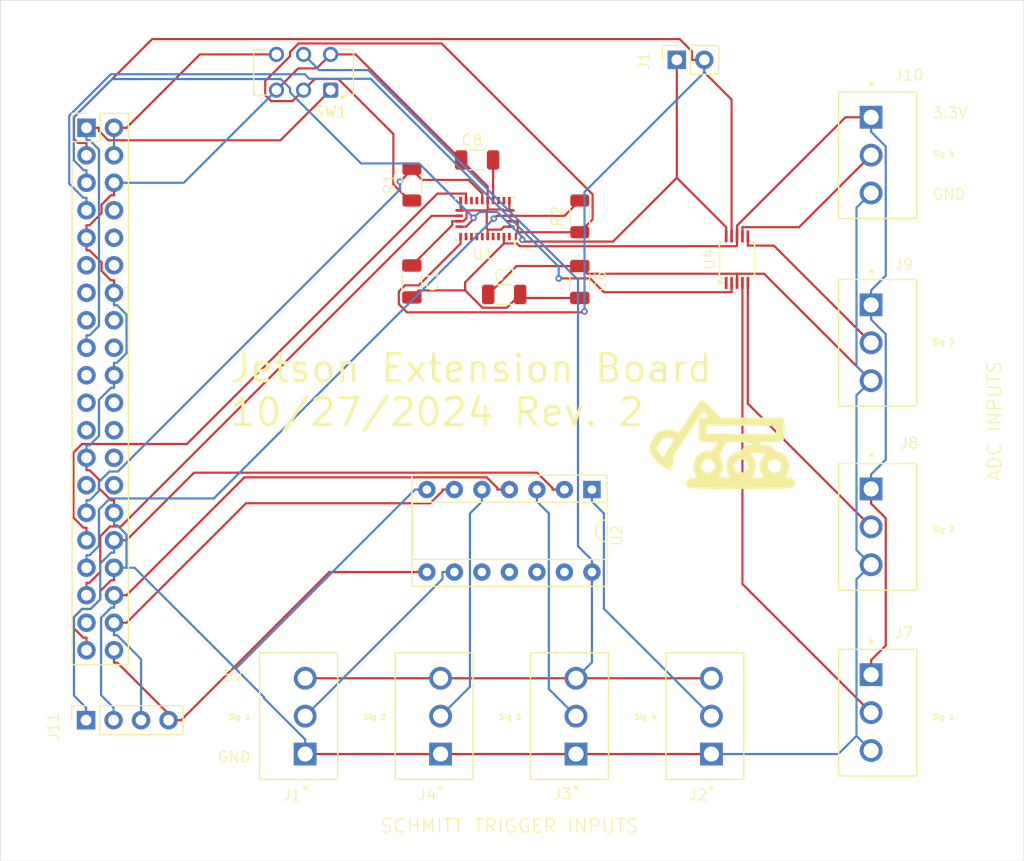
<source format=kicad_pcb>
(kicad_pcb (version 20240108) (generator "pcbnew") (generator_version "8.0")
  (layers (0 "F.Cu" signal) (31 "B.Cu" signal) (34 "B.Paste" user) (35 "F.Paste" user) (36 "B.SilkS" user "B.Silkscreen") (37 "F.SilkS" user "F.Silkscreen") (38 "B.Mask" user) (39 "F.Mask" user) (44 "Edge.Cuts" user))
  (net 0 "")
  (net 1 "GND")
  (net 2 "3.3V")
  (net 3 "Net-(U1-CAP)")
  (net 4 "Net-(J2-Pad2)")
  (net 5 "5V")
  (net 6 "Net-(J3-Pad2)")
  (net 7 "Net-(J4-Pad2)")
  (net 8 "Net-(J5-Pad2)")
  (net 9 "ST 4")
  (net 10 "/I2C_1_SCL")
  (net 11 "/UART_2_RX")
  (net 12 "/gpio232")
  (net 13 "/gpio194")
  (net 14 "/gpio20")
  (net 15 "IMU nBOOT")
  (net 16 "/I2C_1_SDA")
  (net 17 "IMU nRESET")
  (net 18 "/I2C_2_SDA")
  (net 19 "/I2C_2_SCL")
  (net 20 "ST 1")
  (net 21 "ADC ALERT")
  (net 22 "/gpio15")
  (net 23 "/gpio50")
  (net 24 "ST 3")
  (net 25 "/gpio14")
  (net 26 "IMU INT")
  (net 27 "/UART_2_TX")
  (net 28 "/gpio19")
  (net 29 "/gpio79")
  (net 30 "COM 3")
  (net 31 "/gpio12")
  (net 32 "/gpio16")
  (net 33 "/gpio13")
  (net 34 "/gpio17")
  (net 35 "ST 2")
  (net 36 "/gpio18")
  (net 53 "/ADC/Signal 4")
  (net 54 "/ADC/Signal 3")
  (net 55 "/ADC/Signal 1")
  (net 56 "/ADC/Signal 2")
  (net 57 "/ADC/3.3V")
  (net 58 "/SchmittTrigger(74LV14)/5V")
  (footprint "TBP03R2_350_03BE(1):CUI_TBP03R2-350-03BE" (layer "F.Cu") (at 141.6525 137.13 90)
    (property "Reference" "J3" (hide yes))
    (property "Value" "TBP03R2-350-03BE")
  )
  (footprint "Resistor_SMD:R_1206_3216Metric" (layer "F.Cu") (at 142 87.4625 90)
    (property "Reference" "R2" (hide yes))
    (property "Value" "10k")
  )
  (footprint "TBP03R2_350_03BE(1):CUI_TBP03R2-350-03BE" (layer "F.Cu") (at 168.9 129.805 -90)
    (property "Reference" "J7" (hide yes))
    (property "Value" "TBP03R2-350-03BE" (hide yes))
  )
  (footprint "TBP03R2_350_03BE(1):CUI_TBP03R2-350-03BE" (layer "F.Cu") (at 129.1525 137.13 90)
    (property "Reference" "J4" (hide yes))
    (property "Value" "TBP03R2-350-03BE")
  )
  (footprint "Package_SO:TSSOP-10_3x3mm_P0.5mm" (layer "F.Cu") (at 156.5175 91.4625 90)
    (property "Reference" "U4" (hide yes))
    (property "Value" "ADS1115IDGS")
  )
  (footprint "Connector_PinHeader_2.54mm:PinHeader_2x20_P2.54mm_Vertical" (layer "F.Cu") (at 96.46 79.28)
    (property "Reference" "J6" (hide yes))
    (property "Value" "40_Pin_Jetson_Connector")
  )
  (footprint "TBP03R2_350_03BE(1):CUI_TBP03R2-350-03BE" (layer "F.Cu") (at 168.9 78.305 -90)
    (property "Reference" "J10" (hide yes))
    (property "Value" "TBP03R2-350-03BE")
  )
  (footprint "Connector_PinSocket_2.54mm:PinSocket_1x04_P2.54mm_Vertical" (layer "F.Cu") (at 96.42 134 90)
    (property "Reference" "J11" (hide yes))
    (property "Value" "ST DEBUG")
  )
  (footprint "Capacitor_SMD:C_1206_3216Metric" (layer "F.Cu") (at 135.025 94.675)
    (property "Reference" "C7" (hide yes))
    (property "Value" "6.8n")
  )
  (footprint "MountingHole:MountingHole_2.1mm" (layer "F.Cu") (at 94 142.5)
    (property "Reference" "H2" (hide yes))
    (property "Value" "MountingHole")
  )
  (footprint "TBP03R2_350_03BE(1):CUI_TBP03R2-350-03BE" (layer "F.Cu") (at 168.9 112.6425 -90)
    (property "Reference" "J8" (hide yes))
    (property "Value" "TBP03R2-350-03BE" (hide yes))
  )
  (footprint "TBP03R2_350_03BE(1):CUI_TBP03R2-350-03BE" (layer "F.Cu") (at 168.9 95.6425 -90)
    (property "Reference" "J9" (hide yes))
    (property "Value" "TBP03R2-350-03BE")
  )
  (footprint "Connector_PinSocket_2.54mm:PinSocket_1x02_P2.54mm_Vertical" (layer "F.Cu") (at 150.96 73 90)
    (property "Reference" "J1" (hide yes))
    (property "Value" "I2C_2 DEBUG")
  )
  (footprint "Capacitor_SMD:C_1206_3216Metric" (layer "F.Cu") (at 132.525 82.2505 180)
    (property "Reference" "C8" (hide yes))
    (property "Value" "100n")
  )
  (footprint "Capacitor_SMD:C_1206_3216Metric" (layer "F.Cu") (at 142 93.525 -90)
    (property "Reference" "C6" (hide yes))
    (property "Value" "100n")
  )
  (footprint "Button_Switch_THT:SW_CK_JS202011AQN_DPDT_Angled" (layer "F.Cu") (at 119 75.8 180)
    (property "Reference" "SW1")
    (property "Value" "SW_Push_DPDT")
  )
  (footprint "LOGO" (layer "F.Cu") (at 155.5 109)
    (property "Reference" "G***" (hide yes))
    (property "Value" "LOGO" (hide yes))
  )
  (footprint "Capacitor_SMD:C_1206_3216Metric" (layer "F.Cu") (at 126.5 93.475 -90)
    (property "Reference" "C1" (hide yes))
    (property "Value" "120n")
  )
  (footprint "Package_DIP:DIP-14_W7.62mm_Socket" (layer "F.Cu") (at 143.125 112.7 -90)
    (property "Reference" "U2" (hide yes))
    (property "Value" "74LV14")
  )
  (footprint "TBP03R2_350_03BE(1):CUI_TBP03R2-350-03BE" (layer "F.Cu") (at 154.1525 137.13 90)
    (property "Reference" "J2" (hide yes))
    (property "Value" "TBP03R2-350-03BE")
  )
  (footprint "MountingHole:MountingHole_2.1mm" (layer "F.Cu") (at 177.5 142.5)
    (property "Reference" "H4" (hide yes))
    (property "Value" "MountingHole")
  )
  (footprint "Resistor_SMD:R_1206_3216Metric" (layer "F.Cu") (at 126.5 84.5375 90)
    (property "Reference" "R1" (hide yes))
    (property "Value" "10k")
  )
  (footprint "MountingHole:MountingHole_2.1mm" (layer "F.Cu") (at 177.5 73)
    (property "Reference" "H3" (hide yes))
    (property "Value" "MountingHole")
  )
  (footprint "TBP03R2_350_03BE(1):CUI_TBP03R2-350-03BE" (layer "F.Cu") (at 116.6525 137.13 90)
    (property "Reference" "J5" (hide yes))
    (property "Value" "TBP03R2-350-03BE")
  )
  (footprint "Package_LGA:LGA-28_5.2x3.8mm_P0.5mm" (layer "F.Cu") (at 133.25 87.6625 180)
    (property "Reference" "U1" (hide yes))
    (property "Value" "BNO055")
  )
  (footprint "MountingHole:MountingHole_2.1mm" (layer "B.Cu") (at 94.5 73 180)
    (property "Reference" "H1" (hide yes))
    (property "Value" "MountingHole")
  )
  (gr_rect (start 88.5 67.5) (end 183 147) (stroke (width 0.05)) (fill none) (layer "Edge.Cuts"))
  (gr_text "U4" (at 154.5 92.5 90) (layer "F.SilkS") (effects (font (size 1 1) (thickness 0.1)) (justify left bottom)))
  (gr_text "R1" (at 125 85.5 90) (layer "F.SilkS") (effects (font (size 1 1) (thickness 0.1)) (justify left bottom)))
  (gr_text "J8\n" (at 171.5 109 0) (layer "F.SilkS") (effects (font (size 1 1) (thickness 0.1)) (justify left bottom)))
  (gr_text "J3\n\n" (at 139.5 143 0) (layer "F.SilkS") (effects (font (size 1 1) (thickness 0.1)) (justify left bottom)))
  (gr_text "J4" (at 127 141.5 0) (layer "F.SilkS") (effects (font (size 1 1) (thickness 0.1)) (justify left bottom)))
  (gr_text "Sig 3" (at 174.5 99.333333 0) (layer "F.SilkS") (effects (font (size 0.5 0.5) (thickness 0.1)) (justify left bottom)))
  (gr_text "U1" (at 132 91.5 0) (layer "F.SilkS") (effects (font (size 1 1) (thickness 0.1)) (justify left bottom)))
  (gr_text "Sig 3" (at 134.5 134 0) (layer "F.SilkS") (effects (font (size 0.5 0.5) (thickness 0.1)) (justify left bottom)))
  (gr_text "Sig 2\n" (at 122 134 0) (layer "F.SilkS") (effects (font (size 0.5 0.5) (thickness 0.1)) (justify left bottom)))
  (gr_text "Sig 1" (at 109.5 134 0) (layer "F.SilkS") (effects (font (size 0.5 0.5) (thickness 0.1)) (justify left bottom)))
  (gr_text "Sig 2" (at 174.5 116.666666 0) (layer "F.SilkS") (effects (font (size 0.5 0.5) (thickness 0.1)) (justify left bottom)))
  (gr_text "J11" (at 94 136 90) (layer "F.SilkS") (effects (font (size 1 1) (thickness 0.1)) (justify left bottom)))
  (gr_text "Sig 4" (at 174.5 82 0) (layer "F.SilkS") (effects (font (size 0.5 0.5) (thickness 0.1)) (justify left bottom)))
  (gr_text "J9\n" (at 171 92.5 0) (layer "F.SilkS") (effects (font (size 1 1) (thickness 0.1)) (justify left bottom)))
  (gr_text "Sig 4" (at 147 134 0) (layer "F.SilkS") (effects (font (size 0.5 0.5) (thickness 0.1)) (justify left bottom)))
  (gr_text "J1" (at 148.5 74 90) (layer "F.SilkS") (effects (font (size 1 1) (thickness 0.1)) (justify left bottom)))
  (gr_text "J7\n" (at 171 126.5 0) (layer "F.SilkS") (effects (font (size 1 1) (thickness 0.1)) (justify left bottom)))
  (gr_text "R2" (at 140.5 88.5 90) (layer "F.SilkS") (effects (font (size 1 1) (thickness 0.1)) (justify left bottom)))
  (gr_text "5V\n" (at 109 130.5 0) (layer "F.SilkS") (effects (font (size 1 1) (thickness 0.1)) (justify left bottom)))
  (gr_text "J2\n" (at 152 141.5 0) (layer "F.SilkS") (effects (font (size 1 1) (thickness 0.1)) (justify left bottom)))
  (gr_text "SCHMITT TRIGGER INPUTS" (at 123.5 144.5 0) (layer "F.SilkS") (effects (font (size 1.25 1.25) (thickness 0.1)) (justify left bottom)))
  (gr_text "Sig 1" (at 174.5 134 0) (layer "F.SilkS") (effects (font (size 0.5 0.5) (thickness 0.1)) (justify left bottom)))
  (gr_text "3.3V" (at 174.5 78.5 0) (layer "F.SilkS") (effects (font (size 1 1) (thickness 0.1)) (justify left bottom)))
  (gr_text "C7" (at 134 93.5 0) (layer "F.SilkS") (effects (font (size 1 1) (thickness 0.1)) (justify left bottom)))
  (gr_text "U2" (at 146 118 90) (layer "F.SilkS") (effects (font (size 1 1) (thickness 0.1)) (justify left bottom)))
  (gr_text "C8" (at 131 81 0) (layer "F.SilkS") (effects (font (size 1 1) (thickness 0.1)) (justify left bottom)))
  (gr_text "ADC INPUTS" (at 181 112 90) (layer "F.SilkS") (effects (font (size 1.25 1.25) (thickness 0.1)) (justify left bottom)))
  (gr_text "C1" (at 129 94.5 90) (layer "F.SilkS") (effects (font (size 1 1) (thickness 0.1)) (justify left bottom)))
  (gr_text "C6" (at 144.5 94.5 90) (layer "F.SilkS") (effects (font (size 1 1) (thickness 0.1)) (justify left bottom)))
  (gr_text "J1" (at 114.5 141.5 0) (layer "F.SilkS") (effects (font (size 1 1) (thickness 0.1)) (justify left bottom)))
  (gr_text "GND" (at 108.5 138 0) (layer "F.SilkS") (effects (font (size 1 1) (thickness 0.1)) (justify left bottom)))
  (gr_text "Jetson Extension Board\n10/27/2024 Rev. 2" (at 109.5 107 0) (layer "F.SilkS") (effects (font (size 2.5 2.5) (thickness 0.3)) (justify left bottom)))
  (gr_text "GND" (at 174.5 86 0) (layer "F.SilkS") (effects (font (size 1 1) (thickness 0.1)) (justify left bottom)))
  (gr_text "J10\n" (at 171 75 0) (layer "F.SilkS") (effects (font (size 1 1) (thickness 0.1)) (justify left bottom)))
  (segment (start 135.4323 86.9125) (end 135.5 86.8448) (width 0.2) (layer "F.Cu") (net 1))
  (segment (start 96.46 89.44) (end 96.46 90.5917) (width 0.2) (layer "F.Cu") (net 1))
  (segment (start 135.6375 86.9125) (end 135.4323 86.9125) (width 0.2) (layer "F.Cu") (net 1))
  (segment (start 131.0678 86.707) (end 131 86.6392) (width 0.2) (layer "F.Cu") (net 1))
  (segment (start 130.2233 87.9125) (end 130.2233 88.2767) (width 0.2) (layer "F.Cu") (net 1))
  (segment (start 135.6375 88.4125) (end 134.9983 88.4125) (width 0.2) (layer "F.Cu") (net 1))
  (segment (start 96.46 126.3883) (end 96.1721 126.3883) (width 0.2) (layer "F.Cu") (net 1))
  (segment (start 133.5 86) (end 133.5 84.7005) (width 0.2) (layer "F.Cu") (net 1))
  (segment (start 96.8454 123.73) (end 97.73 122.8454) (width 0.2) (layer "F.Cu") (net 1))
  (segment (start 96.7285 88.2883) (end 96.46 88.2883) (width 0.2) (layer "F.Cu") (net 1))
  (segment (start 96.1721 126.3883) (end 95.3028 125.519) (width 0.2) (layer "F.Cu") (net 1))
  (segment (start 134.9121 86.8263) (end 133.5 86.8263) (width 0.2) (layer "F.Cu") (net 1))
  (segment (start 117.7072 73.7928) (end 119 72.5) (width 0.2) (layer "F.Cu") (net 1))
  (segment (start 133.4138 86.9125) (end 133.4138 88.5996) (width 0.2) (layer "F.Cu") (net 1))
  (segment (start 133.4138 86.9125) (end 133.5 86.8263) (width 0.2) (layer "F.Cu") (net 1))
  (segment (start 96.7285 90.5917) (end 96.46 90.5917) (width 0.2) (layer "F.Cu") (net 1))
  (segment (start 130.8625 86.9125) (end 131.0678 86.9125) (width 0.2) (layer "F.Cu") (net 1))
  (segment (start 97.73 122.0732) (end 98.7315 121.0717) (width 0.2) (layer "F.Cu") (net 1))
  (segment (start 99 84.36) (end 99 85.5117) (width 0.2) (layer "F.Cu") (net 1))
  (segment (start 130.2233 88.2767) (end 126.5 92) (width 0.2) (layer "F.Cu") (net 1))
  (segment (start 129.1525 137.13) (end 141.6525 137.13) (width 0.2) (layer "F.Cu") (net 1))
  (segment (start 97.73 122.8454) (end 97.73 122.0732) (width 0.2) (layer "F.Cu") (net 1))
  (segment (start 135.5 86.8448) (end 135.5 86) (width 0.2) (layer "F.Cu") (net 1))
  (segment (start 98.7315 113.6883) (end 99 113.6883) (width 0.2) (layer "F.Cu") (net 1))
  (segment (start 98.712 85.5117) (end 97.8483 86.3754) (width 0.2) (layer "F.Cu") (net 1))
  (segment (start 131.5482 86.9125) (end 131.5482 87.618) (width 0.2) (layer "F.Cu") (net 1))
  (segment (start 142 92.05) (end 136.175 92.05) (width 0.2) (layer "F.Cu") (net 1))
  (segment (start 133.5 86.8263) (end 133.5 86.6392) (width 0.2) (layer "F.Cu") (net 1))
  (segment (start 130.8625 87.9125) (end 130.2233 87.9125) (width 0.2) (layer "F.Cu") (net 1))
  (segment (start 133.5 84.7005) (end 131.05 82.2505) (width 0.2) (layer "F.Cu") (net 1))
  (segment (start 98.7315 121.0717) (end 99 121.0717) (width 0.2) (layer "F.Cu") (net 1))
  (segment (start 97.6117 112.5685) (end 98.7315 113.6883) (width 0.2) (layer "F.Cu") (net 1))
  (segment (start 133.5 86) (end 133.5 86.6392) (width 0.2) (layer "F.Cu") (net 1))
  (segment (start 97.8483 91.7115) (end 96.7285 90.5917) (width 0.2) (layer "F.Cu") (net 1))
  (segment (start 97.6117 111.7754) (end 97.6117 112.5685) (width 0.2) (layer "F.Cu") (net 1))
  (segment (start 156.5175 92.7608) (end 142.7108 92.7608) (width 0.2) (layer "F.Cu") (net 1))
  (segment (start 134.9983 86.9125) (end 134.9121 86.8263) (width 0.2) (layer "F.Cu") (net 1))
  (segment (start 131.5482 87.618) (end 131.2537 87.9125) (width 0.2) (layer "F.Cu") (net 1))
  (segment (start 154.1525 137.13) (end 141.6525 137.13) (width 0.2) (layer "F.Cu") (net 1))
  (segment (start 114 75.8) (end 116.0072 73.7928) (width 0.2) (layer "F.Cu") (net 1))
  (segment (start 131.05 82.2505) (end 121.2995 72.5) (width 0.2) (layer "F.Cu") (net 1))
  (segment (start 116.0072 73.7928) (end 117.7072 73.7928) (width 0.2) (layer "F.Cu") (net 1))
  (segment (start 133.5 89.325) (end 133.5 88.6858) (width 0.2) (layer "F.Cu") (net 1))
  (segment (start 97.8483 92.5046) (end 97.8483 91.7115) (width 0.2) (layer "F.Cu") (net 1))
  (segment (start 131.0678 86.9125) (end 131.5482 86.9125) (width 0.2) (layer "F.Cu") (net 1))
  (segment (start 134.725 88.6858) (end 134.9983 88.4125) (width 0.2) (layer "F.Cu") (net 1))
  (segment (start 96.46 127.54) (end 96.46 126.3883) (width 0.2) (layer "F.Cu") (net 1))
  (segment (start 136.175 92.05) (end 133.55 94.675) (width 0.2) (layer "F.Cu") (net 1))
  (segment (start 97.8483 86.3754) (end 97.8483 87.1685) (width 0.2) (layer "F.Cu") (net 1))
  (segment (start 159.0183 92.7608) (end 156.5175 92.7608) (width 0.2) (layer "F.Cu") (net 1))
  (segment (start 96.46 110.9117) (end 96.748 110.9117) (width 0.2) (layer "F.Cu") (net 1))
  (segment (start 131 86) (end 131 86.6392) (width 0.2) (layer "F.Cu") (net 1))
  (segment (start 96.46 109.76) (end 96.46 110.9117) (width 0.2) (layer "F.Cu") (net 1))
  (segment (start 116.6525 137.13) (end 129.1525 137.13) (width 0.2) (layer "F.Cu") (net 1))
  (segment (start 95.3028 125.519) (end 95.3028 124.4661) (width 0.2) (layer "F.Cu") (net 1))
  (segment (start 131.2537 87.9125) (end 130.8625 87.9125) (width 0.2) (layer "F.Cu") (net 1))
  (segment (start 133.5 88.6858) (end 134.725 88.6858) (width 0.2) (layer "F.Cu") (net 1))
  (segment (start 133.4138 88.5996) (end 133.5 88.6858) (width 0.2) (layer "F.Cu") (net 1))
  (segment (start 96.748 110.9117) (end 97.6117 111.7754) (width 0.2) (layer "F.Cu") (net 1))
  (segment (start 99 85.5117) (end 98.712 85.5117) (width 0.2) (layer "F.Cu") (net 1))
  (segment (start 99 119.92) (end 99 121.0717) (width 0.2) (layer "F.Cu") (net 1))
  (segment (start 135.4323 86.9125) (end 134.9983 86.9125) (width 0.2) (layer "F.Cu") (net 1))
  (segment (start 95.3028 124.4661) (end 96.0389 123.73) (width 0.2) (layer "F.Cu") (net 1))
  (segment (start 97.8483 87.1685) (end 96.7285 88.2883) (width 0.2) (layer "F.Cu") (net 1))
  (segment (start 98.712 93.3683) (end 97.8483 92.5046) (width 0.2) (layer "F.Cu") (net 1))
  (segment (start 168.9 102.6425) (end 159.0183 92.7608) (width 0.2) (layer "F.Cu") (net 1))
  (segment (start 121.2995 72.5) (end 119 72.5) (width 0.2) (layer "F.Cu") (net 1))
  (segment (start 99 114.84) (end 99 113.6883) (width 0.2) (layer "F.Cu") (net 1))
  (segment (start 156.5175 93.6125) (end 156.5175 92.7608) (width 0.2) (layer "F.Cu") (net 1))
  (segment (start 131.0678 86.9125) (end 131.0678 86.707) (width 0.2) (layer "F.Cu") (net 1))
  (segment (start 96.46 89.44) (end 96.46 88.2883) (width 0.2) (layer "F.Cu") (net 1))
  (segment (start 131.5482 86.9125) (end 133.4138 86.9125) (width 0.2) (layer "F.Cu") (net 1))
  (segment (start 142.7108 92.7608) (end 142 92.05) (width 0.2) (layer "F.Cu") (net 1))
  (segment (start 96.0389 123.73) (end 96.8454 123.73) (width 0.2) (layer "F.Cu") (net 1))
  (segment (start 99 94.52) (end 99 93.3683) (width 0.2) (layer "F.Cu") (net 1))
  (segment (start 99 93.3683) (end 98.712 93.3683) (width 0.2) (layer "F.Cu") (net 1))
  (segment (start 99.2685 100.9883) (end 99 100.9883) (width 0.2) (layer "B.Cu") (net 1))
  (segment (start 112.8406 131.8606) (end 110.2317 129.2516) (width 0.2) (layer "B.Cu") (net 1))
  (segment (start 99.2879 115.9917) (end 100.1517 116.8555) (width 0.2) (layer "B.Cu") (net 1))
  (segment (start 112.8406 131.9664) (end 112.8406 131.8606) (width 0.2) (layer "B.Cu") (net 1))
  (segment (start 99 84.36) (end 100.1517 84.36) (width 0.2) (layer "B.Cu") (net 1))
  (segment (start 100.1517 116.8555) (end 100.1517 119.92) (width 0.2) (layer "B.Cu") (net 1))
  (segment (start 97.6117 107.7446) (end 97.6117 104.4115) (width 0.2) (layer "B.Cu") (net 1))
  (segment (start 99 94.52) (end 99 95.6717) (width 0.2) (layer "B.Cu") (net 1))
  (segment (start 100.1581 96.5419) (end 100.1581 100.0987) (width 0.2) (layer "B.Cu") (net 1))
  (segment (start 116.6525 137.13) (end 116.6525 135.7783) (width 0.2) (layer "B.Cu") (net 1))
  (segment (start 110.2317 129.2516) (end 100.9 119.92) (width 0.2) (layer "B.Cu") (net 1))
  (segment (start 99.2879 95.6717) (end 100.1581 96.5419) (width 0.2) (layer "B.Cu") (net 1))
  (segment (start 168.9 102.6425) (end 167.5483 103.9942) (width 0.2) (layer "B.Cu") (net 1))
  (segment (start 100.1517 84.36) (end 105.44 84.36) (width 0.2) (layer "B.Cu") (net 1))
  (segment (start 116.6525 135.7783) (end 112.8406 131.9664) (width 0.2) (layer "B.Cu") (net 1))
  (segment (start 167.5483 135.4533) (end 167.5483 120.9942) (width 0.2) (layer "B.Cu") (net 1))
  (segment (start 167.5483 120.9942) (end 168.9 119.6425) (width 0.2) (layer "B.Cu") (net 1))
  (segment (start 168.9 102.6425) (end 167.5483 101.2908) (width 0.2) (layer "B.Cu") (net 1))
  (segment (start 98.7315 103.2917) (end 99 103.2917) (width 0.2) (layer "B.Cu") (net 1))
  (segment (start 96.46 108.6083) (end 96.748 108.6083) (width 0.2) (layer "B.Cu") (net 1))
  (segment (start 167.5483 118.2908) (end 168.9 119.6425) (width 0.2) (layer "B.Cu") (net 1))
  (segment (start 167.5483 86.6567) (end 168.9 85.305) (width 0.2) (layer "B.Cu") (net 1))
  (segment (start 167.5483 101.2908) (end 167.5483 86.6567) (width 0.2) (layer "B.Cu") (net 1))
  (segment (start 165.8716 137.13) (end 167.5483 135.4533) (width 0.2) (layer "B.Cu") (net 1))
  (segment (start 99 95.6717) (end 99.2879 95.6717) (width 0.2) (layer "B.Cu") (net 1))
  (segment (start 126.7833 112.7) (end 110.2317 129.2516) (width 0.2) (layer "B.Cu") (net 1))
  (segment (start 99 114.84) (end 99 115.9917) (width 0.2) (layer "B.Cu") (net 1))
  (segment (start 100.9 119.92) (end 100.1517 119.92) (width 0.2) (layer "B.Cu") (net 1))
  (segment (start 154.1525 137.13) (end 165.8716 137.13) (width 0.2) (layer "B.Cu") (net 1))
  (segment (start 96.46 109.76) (end 96.46 108.6083) (width 0.2) (layer "B.Cu") (net 1))
  (segment (start 167.5483 103.9942) (end 167.5483 118.2908) (width 0.2) (layer "B.Cu") (net 1))
  (segment (start 99 102.14) (end 99 103.2917) (width 0.2) (layer "B.Cu") (net 1))
  (segment (start 105.44 84.36) (end 114 75.8) (width 0.2) (layer "B.Cu") (net 1))
  (segment (start 100.1581 100.0987) (end 99.2685 100.9883) (width 0.2) (layer "B.Cu") (net 1))
  (segment (start 99 119.92) (end 100.1517 119.92) (width 0.2) (layer "B.Cu") (net 1))
  (segment (start 168.9 136.805) (end 167.5483 135.4533) (width 0.2) (layer "B.Cu") (net 1))
  (segment (start 99 115.9917) (end 99.2879 115.9917) (width 0.2) (layer "B.Cu") (net 1))
  (segment (start 96.748 108.6083) (end 97.6117 107.7446) (width 0.2) (layer "B.Cu") (net 1))
  (segment (start 99 102.14) (end 99 100.9883) (width 0.2) (layer "B.Cu") (net 1))
  (segment (start 127.885 112.7) (end 126.7833 112.7) (width 0.2) (layer "B.Cu") (net 1))
  (segment (start 97.6117 104.4115) (end 98.7315 103.2917) (width 0.2) (layer "B.Cu") (net 1))
  (segment (start 97.6117 79.568) (end 97.6117 79.28) (width 0.2) (layer "F.Cu") (net 2))
  (segment (start 119 75.8) (end 114.3683 80.4317) (width 0.2) (layer "F.Cu") (net 2))
  (segment (start 98.4754 80.4317) (end 97.6117 79.568) (width 0.2) (layer "F.Cu") (net 2))
  (segment (start 96.46 79.28) (end 97.6117 79.28) (width 0.2) (layer "F.Cu") (net 2))
  (segment (start 114.3683 80.4317) (end 98.4754 80.4317) (width 0.2) (layer "F.Cu") (net 2))
  (segment (start 97.6117 97.5845) (end 97.6117 81.2954) (width 0.2) (layer "B.Cu") (net 2))
  (segment (start 96.7479 98.4483) (end 97.6117 97.5845) (width 0.2) (layer "B.Cu") (net 2))
  (segment (start 96.46 79.28) (end 96.46 80.4317) (width 0.2) (layer "B.Cu") (net 2))
  (segment (start 96.46 98.4483) (end 96.7479 98.4483) (width 0.2) (layer "B.Cu") (net 2))
  (segment (start 96.46 99.6) (end 96.46 98.4483) (width 0.2) (layer "B.Cu") (net 2))
  (segment (start 96.748 80.4317) (end 96.46 80.4317) (width 0.2) (layer "B.Cu") (net 2))
  (segment (start 97.6117 81.2954) (end 96.748 80.4317) (width 0.2) (layer "B.Cu") (net 2))
  (segment (start 134 86) (end 134 82.2505) (width 0.2) (layer "F.Cu") (net 3))
  (segment (start 144.2267 123.7042) (end 154.1525 133.63) (width 0.2) (layer "B.Cu") (net 4))
  (segment (start 143.125 112.7) (end 143.125 113.8017) (width 0.2) (layer "B.Cu") (net 4))
  (segment (start 143.125 113.8017) (end 144.2267 114.9034) (width 0.2) (layer "B.Cu") (net 4))
  (segment (start 144.2267 114.9034) (end 144.2267 123.7042) (width 0.2) (layer "B.Cu") (net 4))
  (segment (start 106.9317 72.5) (end 114 72.5) (width 0.2) (layer "F.Cu") (net 5))
  (segment (start 100.1517 79.28) (end 106.9317 72.5) (width 0.2) (layer "F.Cu") (net 5))
  (segment (start 99 79.28) (end 100.1517 79.28) (width 0.2) (layer "F.Cu") (net 5))
  (segment (start 99 81.82) (end 99 79.28) (width 0.2) (layer "B.Cu") (net 5))
  (segment (start 138.045 113.8017) (end 139.1467 114.9034) (width 0.2) (layer "B.Cu") (net 6))
  (segment (start 139.1467 114.9034) (end 139.1467 131.1242) (width 0.2) (layer "B.Cu") (net 6))
  (segment (start 139.1467 131.1242) (end 141.6525 133.63) (width 0.2) (layer "B.Cu") (net 6))
  (segment (start 138.045 112.7) (end 138.045 113.8017) (width 0.2) (layer "B.Cu") (net 6))
  (segment (start 131.8633 130.9192) (end 129.1525 133.63) (width 0.2) (layer "B.Cu") (net 7))
  (segment (start 132.965 113.8017) (end 131.8633 114.9034) (width 0.2) (layer "B.Cu") (net 7))
  (segment (start 132.965 112.7) (end 132.965 113.8017) (width 0.2) (layer "B.Cu") (net 7))
  (segment (start 131.8633 114.9034) (end 131.8633 130.9192) (width 0.2) (layer "B.Cu") (net 7))
  (segment (start 130.425 120.32) (end 129.3233 120.32) (width 0.2) (layer "B.Cu") (net 8))
  (segment (start 129.3233 120.9592) (end 129.3233 120.32) (width 0.2) (layer "B.Cu") (net 8))
  (segment (start 116.6525 133.63) (end 129.3233 120.9592) (width 0.2) (layer "B.Cu") (net 8))
  (segment (start 99 127.54) (end 99 128.6917) (width 0.2) (layer "F.Cu") (net 9))
  (segment (start 104.6159 134) (end 105.1917 134) (width 0.2) (layer "F.Cu") (net 9))
  (segment (start 104.6159 134) (end 99.3076 128.6917) (width 0.2) (layer "F.Cu") (net 9))
  (segment (start 118.8717 120.32) (end 105.1917 134) (width 0.2) (layer "F.Cu") (net 9))
  (segment (start 127.885 120.32) (end 118.8717 120.32) (width 0.2) (layer "F.Cu") (net 9))
  (segment (start 104.04 134) (end 104.6159 134) (width 0.2) (layer "F.Cu") (net 9))
  (segment (start 99.3076 128.6917) (end 99 128.6917) (width 0.2) (layer "F.Cu") (net 9))
  (segment (start 134.3205 87.4125) (end 134.064 87.669) (width 0.2) (layer "F.Cu") (net 15))
  (segment (start 140.5875 87.4125) (end 135.6375 87.4125) (width 0.2) (layer "F.Cu") (net 15))
  (segment (start 134.9983 87.4125) (end 134.3205 87.4125) (width 0.2) (layer "F.Cu") (net 15))
  (segment (start 135.6375 87.4125) (end 134.9983 87.4125) (width 0.2) (layer "F.Cu") (net 15))
  (segment (start 142 86) (end 140.5875 87.4125) (width 0.2) (layer "F.Cu") (net 15))
  (via (at 134.064 87.669) (size 0.6) (drill 0.3) (layers "F.Cu" "B.Cu") (net 15))
  (segment (start 96.46 118.7683) (end 96.748 118.7683) (width 0.2) (layer "B.Cu") (net 15))
  (segment (start 108.2134 113.5196) (end 134.064 87.669) (width 0.2) (layer "B.Cu") (net 15))
  (segment (start 96.46 119.92) (end 96.46 118.7683) (width 0.2) (layer "B.Cu") (net 15))
  (segment (start 97.6117 114.5398) (end 98.6319 113.5196) (width 0.2) (layer "B.Cu") (net 15))
  (segment (start 96.748 118.7683) (end 97.6117 117.9046) (width 0.2) (layer "B.Cu") (net 15))
  (segment (start 98.6319 113.5196) (end 108.2134 113.5196) (width 0.2) (layer "B.Cu") (net 15))
  (segment (start 97.6117 117.9046) (end 97.6117 114.5398) (width 0.2) (layer "B.Cu") (net 15))
  (segment (start 125.3917 84.2571) (end 126.5 83.1488) (width 0.2) (layer "F.Cu") (net 17))
  (segment (start 126.5 83.1488) (end 126.5 83.075) (width 0.2) (layer "F.Cu") (net 17))
  (segment (start 133 85.3608) (end 131.7301 84.0909) (width 0.2) (layer "F.Cu") (net 17))
  (segment (start 127.4421 84.0909) (end 126.5 83.1488) (width 0.2) (layer "F.Cu") (net 17))
  (segment (start 131.7301 84.0909) (end 127.4421 84.0909) (width 0.2) (layer "F.Cu") (net 17))
  (segment (start 133 86) (end 133 85.3608) (width 0.2) (layer "F.Cu") (net 17))
  (via (at 125.3917 84.2571) (size 0.6) (drill 0.3) (layers "F.Cu" "B.Cu") (net 17))
  (segment (start 96.46 114.84) (end 96.46 113.6883) (width 0.2) (layer "B.Cu") (net 17))
  (segment (start 96.748 113.6883) (end 97.6117 112.8246) (width 0.2) (layer "B.Cu") (net 17))
  (segment (start 99.3588 111.03) (end 125.3917 84.9971) (width 0.2) (layer "B.Cu") (net 17))
  (segment (start 125.3917 84.9971) (end 125.3917 84.2571) (width 0.2) (layer "B.Cu") (net 17))
  (segment (start 97.6117 111.9999) (end 98.5816 111.03) (width 0.2) (layer "B.Cu") (net 17))
  (segment (start 97.6117 112.8246) (end 97.6117 111.9999) (width 0.2) (layer "B.Cu") (net 17))
  (segment (start 96.46 113.6883) (end 96.748 113.6883) (width 0.2) (layer "B.Cu") (net 17))
  (segment (start 98.5816 111.03) (end 99.3588 111.03) (width 0.2) (layer "B.Cu") (net 17))
  (segment (start 102.5203 71.0872) (end 95.3083 78.2992) (width 0.2) (layer "F.Cu") (net 18))
  (segment (start 125.2973 95.5688) (end 126.0521 96.3236) (width 0.2) (layer "F.Cu") (net 18))
  (segment (start 126.0521 96.3236) (end 142.3618 96.3236) (width 0.2) (layer "F.Cu") (net 18))
  (segment (start 96.46 81.82) (end 96.46 80.6683) (width 0.2) (layer "F.Cu") (net 18))
  (segment (start 95.6682 80.6683) (end 96.46 80.6683) (width 0.2) (layer "F.Cu") (net 18))
  (segment (start 131 89.325) (end 131 89.9642) (width 0.2) (layer "F.Cu") (net 18))
  (segment (start 131 89.9642) (end 127.1311 93.8331) (width 0.2) (layer "F.Cu") (net 18))
  (segment (start 125.8602 93.8331) (end 125.2973 94.396) (width 0.2) (layer "F.Cu") (net 18))
  (segment (start 156.0175 89.3125) (end 156.0175 76.6692) (width 0.2) (layer "F.Cu") (net 18))
  (segment (start 95.3083 80.3084) (end 95.6682 80.6683) (width 0.2) (layer "F.Cu") (net 18))
  (segment (start 95.3083 78.2992) (end 95.3083 80.3084) (width 0.2) (layer "F.Cu") (net 18))
  (segment (start 125.2973 94.396) (end 125.2973 95.5688) (width 0.2) (layer "F.Cu") (net 18))
  (segment (start 152.3483 73) (end 152.3483 72.2082) (width 0.2) (layer "F.Cu") (net 18))
  (segment (start 142.3618 96.3236) (end 142.4386 96.2468) (width 0.2) (layer "F.Cu") (net 18))
  (segment (start 153.5 73) (end 152.3483 73) (width 0.2) (layer "F.Cu") (net 18))
  (segment (start 127.1311 93.8331) (end 125.8602 93.8331) (width 0.2) (layer "F.Cu") (net 18))
  (segment (start 153.5 73) (end 153.5 74.1517) (width 0.2) (layer "F.Cu") (net 18))
  (segment (start 151.2273 71.0872) (end 102.5203 71.0872) (width 0.2) (layer "F.Cu") (net 18))
  (segment (start 152.3483 72.2082) (end 151.2273 71.0872) (width 0.2) (layer "F.Cu") (net 18))
  (segment (start 156.0175 76.6692) (end 153.5 74.1517) (width 0.2) (layer "F.Cu") (net 18))
  (via (at 142.4386 96.2468) (size 0.6) (drill 0.3) (layers "F.Cu" "B.Cu") (net 18))
  (segment (start 142.4386 96.2468) (end 142.4386 85.2131) (width 0.2) (layer "B.Cu") (net 18))
  (segment (start 142.4386 85.2131) (end 153.5 74.1517) (width 0.2) (layer "B.Cu") (net 18))
  (segment (start 153.5 73) (end 153.5 74.1517) (width 0.2) (layer "B.Cu") (net 18))
  (segment (start 155.5175 89.3125) (end 155.5175 88.4608) (width 0.2) (layer "F.Cu") (net 19))
  (segment (start 136.7003 89.6183) (end 136.8722 89.7902) (width 0.2) (layer "F.Cu") (net 19))
  (segment (start 145.0731 89.7902) (end 150.96 83.9033) (width 0.2) (layer "F.Cu") (net 19))
  (segment (start 150.96 83.9033) (end 150.96 74.1517) (width 0.2) (layer "F.Cu") (net 19))
  (segment (start 136.8722 89.7902) (end 145.0731 89.7902) (width 0.2) (layer "F.Cu") (net 19))
  (segment (start 131.5017 88.4125) (end 132.1964 87.7178) (width 0.2) (layer "F.Cu") (net 19))
  (segment (start 130.8625 88.4125) (end 131.5017 88.4125) (width 0.2) (layer "F.Cu") (net 19))
  (segment (start 150.96 73) (end 150.96 74.1517) (width 0.2) (layer "F.Cu") (net 19))
  (segment (start 155.5175 88.4608) (end 150.96 83.9033) (width 0.2) (layer "F.Cu") (net 19))
  (segment (start 132.1964 87.7178) (end 132.1964 87.5973) (width 0.2) (layer "F.Cu") (net 19))
  (via (at 136.7003 89.6183) (size 0.6) (drill 0.3) (layers "F.Cu" "B.Cu") (net 19))
  (via (at 132.1964 87.5973) (size 0.6) (drill 0.3) (layers "F.Cu" "B.Cu") (net 19))
  (segment (start 114.4028 74.7754) (end 115.2501 75.6227) (width 0.2) (layer "B.Cu") (net 19))
  (segment (start 96.46 84.36) (end 96.46 83.2083) (width 0.2) (layer "B.Cu") (net 19))
  (segment (start 95.2898 82.2816) (end 95.2898 78.3128) (width 0.2) (layer "B.Cu") (net 19))
  (segment (start 132.1964 87.5973) (end 132.7354 87.0583) (width 0.2) (layer "B.Cu") (net 19))
  (segment (start 95.2898 78.3128) (end 98.8272 74.7754) (width 0.2) (layer "B.Cu") (net 19))
  (segment (start 127.1735 82.5744) (end 132.1964 87.5973) (width 0.2) (layer "B.Cu") (net 19))
  (segment (start 136.7003 89.3756) (end 136.7003 89.6183) (width 0.2) (layer "B.Cu") (net 19))
  (segment (start 134.383 87.0583) (end 136.7003 89.3756) (width 0.2) (layer "B.Cu") (net 19))
  (segment (start 121.8166 82.5744) (end 127.1735 82.5744) (width 0.2) (layer "B.Cu") (net 19))
  (segment (start 115.2501 75.6227) (end 115.2501 76.0079) (width 0.2) (layer "B.Cu") (net 19))
  (segment (start 96.2165 83.2083) (end 95.2898 82.2816) (width 0.2) (layer "B.Cu") (net 19))
  (segment (start 132.7354 87.0583) (end 134.383 87.0583) (width 0.2) (layer "B.Cu") (net 19))
  (segment (start 115.2501 76.0079) (end 121.8166 82.5744) (width 0.2) (layer "B.Cu") (net 19))
  (segment (start 98.8272 74.7754) (end 114.4028 74.7754) (width 0.2) (layer "B.Cu") (net 19))
  (segment (start 96.46 83.2083) (end 96.2165 83.2083) (width 0.2) (layer "B.Cu") (net 19))
  (segment (start 138.0602 111.1392) (end 106.3925 111.1392) (width 0.2) (layer "F.Cu") (net 20))
  (segment (start 99 117.38) (end 100.1517 117.38) (width 0.2) (layer "F.Cu") (net 20))
  (segment (start 140.585 112.7) (end 139.4833 112.7) (width 0.2) (layer "F.Cu") (net 20))
  (segment (start 139.4833 112.7) (end 139.4833 112.5623) (width 0.2) (layer "F.Cu") (net 20))
  (segment (start 106.3925 111.1392) (end 100.1517 117.38) (width 0.2) (layer "F.Cu") (net 20))
  (segment (start 139.4833 112.5623) (end 138.0602 111.1392) (width 0.2) (layer "F.Cu") (net 20))
  (segment (start 95.3037 131.732) (end 95.3037 124.4821) (width 0.2) (layer "B.Cu") (net 20))
  (segment (start 96.42 134) (end 96.42 132.8483) (width 0.2) (layer "B.Cu") (net 20))
  (segment (start 97.73 119.5332) (end 98.7315 118.5317) (width 0.2) (layer "B.Cu") (net 20))
  (segment (start 95.3037 124.4821) (end 96.0558 123.73) (width 0.2) (layer "B.Cu") (net 20))
  (segment (start 98.7315 118.5317) (end 99 118.5317) (width 0.2) (layer "B.Cu") (net 20))
  (segment (start 99 117.38) (end 99 118.5317) (width 0.2) (layer "B.Cu") (net 20))
  (segment (start 97.73 122.833) (end 97.73 119.5332) (width 0.2) (layer "B.Cu") (net 20))
  (segment (start 96.42 132.8483) (end 95.3037 131.732) (width 0.2) (layer "B.Cu") (net 20))
  (segment (start 96.0558 123.73) (end 96.833 123.73) (width 0.2) (layer "B.Cu") (net 20))
  (segment (start 96.833 123.73) (end 97.73 122.833) (width 0.2) (layer "B.Cu") (net 20))
  (segment (start 140.055 93.1924) (end 142.9549 93.1924) (width 0.2) (layer "F.Cu") (net 21))
  (segment (start 142.9549 93.1924) (end 144.2267 94.4642) (width 0.2) (layer "F.Cu") (net 21))
  (segment (start 156.0175 93.6125) (end 156.0175 94.4642) (width 0.2) (layer "F.Cu") (net 21))
  (segment (start 144.2267 94.4642) (end 156.0175 94.4642) (width 0.2) (layer "F.Cu") (net 21))
  (via (at 140.055 93.1924) (size 0.6) (drill 0.3) (layers "F.Cu" "B.Cu") (net 21))
  (segment (start 117.0318 74.7507) (end 122.6928 74.7507) (width 0.2) (layer "B.Cu") (net 21))
  (segment (start 140.055 92.1129) (end 140.055 93.1924) (width 0.2) (layer "B.Cu") (net 21))
  (segment (start 96.46 85.7483) (end 96.1721 85.7483) (width 0.2) (layer "B.Cu") (net 21))
  (segment (start 96.46 86.9) (end 96.46 85.7483) (width 0.2) (layer "B.Cu") (net 21))
  (segment (start 94.8651 78.1694) (end 98.7021 74.3324) (width 0.2) (layer "B.Cu") (net 21))
  (segment (start 122.6928 74.7507) (end 140.055 92.1129) (width 0.2) (layer "B.Cu") (net 21))
  (segment (start 116.6135 74.3324) (end 117.0318 74.7507) (width 0.2) (layer "B.Cu") (net 21))
  (segment (start 94.8651 84.4413) (end 94.8651 78.1694) (width 0.2) (layer "B.Cu") (net 21))
  (segment (start 96.1721 85.7483) (end 94.8651 84.4413) (width 0.2) (layer "B.Cu") (net 21))
  (segment (start 98.7021 74.3324) (end 116.6135 74.3324) (width 0.2) (layer "B.Cu") (net 21))
  (segment (start 130.425 112.7) (end 129.3233 112.7) (width 0.2) (layer "F.Cu") (net 24))
  (segment (start 99 125) (end 100.1517 125) (width 0.2) (layer "F.Cu") (net 24))
  (segment (start 128.1932 113.968) (end 129.3233 112.8379) (width 0.2) (layer "F.Cu") (net 24))
  (segment (start 111.1837 113.968) (end 128.1932 113.968) (width 0.2) (layer "F.Cu") (net 24))
  (segment (start 100.1517 125) (end 111.1837 113.968) (width 0.2) (layer "F.Cu") (net 24))
  (segment (start 129.3233 112.8379) (end 129.3233 112.7) (width 0.2) (layer "F.Cu") (net 24))
  (segment (start 99 125) (end 99 126.1517) (width 0.2) (layer "B.Cu") (net 24))
  (segment (start 101.5 128.3638) (end 101.5 134) (width 0.2) (layer "B.Cu") (net 24))
  (segment (start 99.2879 126.1517) (end 101.5 128.3638) (width 0.2) (layer "B.Cu") (net 24))
  (segment (start 99 126.1517) (end 99.2879 126.1517) (width 0.2) (layer "B.Cu") (net 24))
  (segment (start 128.8582 85.3608) (end 105.729 108.49) (width 0.2) (layer "F.Cu") (net 26))
  (segment (start 95.2533 109.2834) (end 95.2533 115.2901) (width 0.2) (layer "F.Cu") (net 26))
  (segment (start 95.2533 115.2901) (end 96.1915 116.2283) (width 0.2) (layer "F.Cu") (net 26))
  (segment (start 131.5 85.3608) (end 128.8582 85.3608) (width 0.2) (layer "F.Cu") (net 26))
  (segment (start 96.0467 108.49) (end 95.2533 109.2834) (width 0.2) (layer "F.Cu") (net 26))
  (segment (start 105.729 108.49) (end 96.0467 108.49) (width 0.2) (layer "F.Cu") (net 26))
  (segment (start 131.5 86) (end 131.5 85.3608) (width 0.2) (layer "F.Cu") (net 26))
  (segment (start 96.1915 116.2283) (end 96.46 116.2283) (width 0.2) (layer "F.Cu") (net 26))
  (segment (start 96.46 117.38) (end 96.46 116.2283) (width 0.2) (layer "F.Cu") (net 26))
  (segment (start 128.3275 87.4125) (end 99.63 116.11) (width 0.2) (layer "F.Cu") (net 30))
  (segment (start 96.7285 121.3083) (end 96.46 121.3083) (width 0.2) (layer "F.Cu") (net 30))
  (segment (start 96.46 122.46) (end 96.46 121.3083) (width 0.2) (layer "F.Cu") (net 30))
  (segment (start 97.73 117.0086) (end 97.73 120.3068) (width 0.2) (layer "F.Cu") (net 30))
  (segment (start 130.8625 87.4125) (end 128.3275 87.4125) (width 0.2) (layer "F.Cu") (net 30))
  (segment (start 97.73 120.3068) (end 96.7285 121.3083) (width 0.2) (layer "F.Cu") (net 30))
  (segment (start 98.6286 116.11) (end 97.73 117.0086) (width 0.2) (layer "F.Cu") (net 30))
  (segment (start 99.63 116.11) (end 98.6286 116.11) (width 0.2) (layer "F.Cu") (net 30))
  (segment (start 99 122.46) (end 100.1517 122.46) (width 0.2) (layer "F.Cu") (net 35))
  (segment (start 100.1517 122.46) (end 111.0426 111.5691) (width 0.2) (layer "F.Cu") (net 35))
  (segment (start 111.0426 111.5691) (end 133.4101 111.5691) (width 0.2) (layer "F.Cu") (net 35))
  (segment (start 133.4101 111.5691) (end 134.4033 112.5623) (width 0.2) (layer "F.Cu") (net 35))
  (segment (start 134.4033 112.5623) (end 134.4033 112.7) (width 0.2) (layer "F.Cu") (net 35))
  (segment (start 135.505 112.7) (end 134.4033 112.7) (width 0.2) (layer "F.Cu") (net 35))
  (segment (start 98.96 134) (end 98.96 132.8483) (width 0.2) (layer "B.Cu") (net 35))
  (segment (start 97.8069 124.5363) (end 98.7315 123.6117) (width 0.2) (layer "B.Cu") (net 35))
  (segment (start 97.8069 131.6952) (end 97.8069 124.5363) (width 0.2) (layer "B.Cu") (net 35))
  (segment (start 98.7315 123.6117) (end 99 123.6117) (width 0.2) (layer "B.Cu") (net 35))
  (segment (start 99 122.46) (end 99 123.6117) (width 0.2) (layer "B.Cu") (net 35))
  (segment (start 98.96 132.8483) (end 97.8069 131.6952) (width 0.2) (layer "B.Cu") (net 35))
  (segment (start 162.2442 88.4608) (end 168.9 81.805) (width 0.2) (layer "F.Cu") (net 53))
  (segment (start 157.0175 89.3125) (end 157.0175 88.4608) (width 0.2) (layer "F.Cu") (net 53))
  (segment (start 157.0175 88.4608) (end 162.2442 88.4608) (width 0.2) (layer "F.Cu") (net 53))
  (segment (start 159.9217 90.1642) (end 168.9 99.1425) (width 0.2) (layer "F.Cu") (net 54))
  (segment (start 157.5175 90.1642) (end 159.9217 90.1642) (width 0.2) (layer "F.Cu") (net 54))
  (segment (start 157.5175 89.3125) (end 157.5175 90.1642) (width 0.2) (layer "F.Cu") (net 54))
  (segment (start 157.0175 93.6125) (end 157.0175 121.4225) (width 0.2) (layer "F.Cu") (net 55))
  (segment (start 157.0175 121.4225) (end 168.9 133.305) (width 0.2) (layer "F.Cu") (net 55))
  (segment (start 157.5175 93.6125) (end 157.5175 94.4642) (width 0.2) (layer "F.Cu") (net 56))
  (segment (start 157.5175 104.76) (end 157.5175 94.4642) (width 0.2) (layer "F.Cu") (net 56))
  (segment (start 168.9 116.1425) (end 157.5175 104.76) (width 0.2) (layer "F.Cu") (net 56))
  (segment (start 136.2767 88.925) (end 136.2767 87.9125) (width 0.2) (layer "F.Cu") (net 57))
  (segment (start 113.5176 76.8149) (end 112.9632 76.2605) (width 0.2) (layer "F.Cu") (net 57))
  (segment (start 156.4617 90.22) (end 156.5175 90.1642) (width 0.2) (layer "F.Cu") (net 57))
  (segment (start 168.9 113.9942) (end 170.2517 115.3459) (width 0.2) (layer "F.Cu") (net 57))
  (segment (start 135 89.9642) (end 136.0018 89.9642) (width 0.2) (layer "F.Cu") (net 57))
  (segment (start 136.825 95) (end 142 95) (width 0.2) (layer "F.Cu") (net 57))
  (segment (start 112.9632 74.954) (end 115.25 72.6672) (width 0.2) (layer "F.Cu") (net 57))
  (segment (start 127.1493 94.3007) (end 126.5 94.95) (width 0.2) (layer "F.Cu") (net 57))
  (segment (start 116.5 75.8) (end 115.4851 76.8149) (width 0.2) (layer "F.Cu") (net 57))
  (segment (start 136.5 94.675) (end 135.2752 95.8998) (width 0.2) (layer "F.Cu") (net 57))
  (segment (start 116.5 75.8) (end 117.5262 74.7738) (width 0.2) (layer "F.Cu") (net 57))
  (segment (start 170.2517 115.3459) (end 170.2517 127.1016) (width 0.2) (layer "F.Cu") (net 57))
  (segment (start 156.5175 88.3196) (end 156.5175 89.3125) (width 0.2) (layer "F.Cu") (net 57))
  (segment (start 168.9 78.305) (end 166.5321 78.305) (width 0.2) (layer "F.Cu") (net 57))
  (segment (start 115.25 72.6672) (end 115.25 72.2839) (width 0.2) (layer "F.Cu") (net 57))
  (segment (start 119.7111 74.7738) (end 124.79 79.8527) (width 0.2) (layer "F.Cu") (net 57))
  (segment (start 136.5 94.675) (end 136.825 95) (width 0.2) (layer "F.Cu") (net 57))
  (segment (start 112.9632 76.2605) (end 112.9632 74.954) (width 0.2) (layer "F.Cu") (net 57))
  (segment (start 135.2752 95.8998) (end 133.0146 95.8998) (width 0.2) (layer "F.Cu") (net 57))
  (segment (start 124.79 84.5062) (end 126.2838 86) (width 0.2) (layer "F.Cu") (net 57))
  (segment (start 117.5262 74.7738) (end 119.7111 74.7738) (width 0.2) (layer "F.Cu") (net 57))
  (segment (start 135 89.325) (end 135 89.9642) (width 0.2) (layer "F.Cu") (net 57))
  (segment (start 170.2517 127.1016) (end 168.9 128.4533) (width 0.2) (layer "F.Cu") (net 57))
  (segment (start 136.0986 89.8674) (end 136.4512 90.22) (width 0.2) (layer "F.Cu") (net 57))
  (segment (start 116.045 71.4889) (end 129.2454 71.4889) (width 0.2) (layer "F.Cu") (net 57))
  (segment (start 131.4155 93.5487) (end 135 89.9642) (width 0.2) (layer "F.Cu") (net 57))
  (segment (start 131.4155 94.3007) (end 127.1493 94.3007) (width 0.2) (layer "F.Cu") (net 57))
  (segment (start 136.2767 88.925) (end 142 88.925) (width 0.2) (layer "F.Cu") (net 57))
  (segment (start 168.9 112.6425) (end 168.9 113.9942) (width 0.2) (layer "F.Cu") (net 57))
  (segment (start 135.6375 87.9125) (end 136.2767 87.9125) (width 0.2) (layer "F.Cu") (net 57))
  (segment (start 136.2767 88.925) (end 136.0986 89.1031) (width 0.2) (layer "F.Cu") (net 57))
  (segment (start 136.0018 89.9642) (end 136.0986 89.8674) (width 0.2) (layer "F.Cu") (net 57))
  (segment (start 168.9 129.805) (end 168.9 128.4533) (width 0.2) (layer "F.Cu") (net 57))
  (segment (start 124.79 79.8527) (end 124.79 84.5062) (width 0.2) (layer "F.Cu") (net 57))
  (segment (start 143.1848 85.4283) (end 143.1848 87.7402) (width 0.2) (layer "F.Cu") (net 57))
  (segment (start 166.5321 78.305) (end 156.5175 88.3196) (width 0.2) (layer "F.Cu") (net 57))
  (segment (start 129.2454 71.4889) (end 143.1848 85.4283) (width 0.2) (layer "F.Cu") (net 57))
  (segment (start 131.4155 94.3007) (end 131.4155 93.5487) (width 0.2) (layer "F.Cu") (net 57))
  (segment (start 133.0146 95.8998) (end 131.4155 94.3007) (width 0.2) (layer "F.Cu") (net 57))
  (segment (start 156.5175 89.3125) (end 156.5175 90.1642) (width 0.2) (layer "F.Cu") (net 57))
  (segment (start 136.0986 89.1031) (end 136.0986 89.8674) (width 0.2) (layer "F.Cu") (net 57))
  (segment (start 115.25 72.2839) (end 116.045 71.4889) (width 0.2) (layer "F.Cu") (net 57))
  (segment (start 143.1848 87.7402) (end 142 88.925) (width 0.2) (layer "F.Cu") (net 57))
  (segment (start 136.4512 90.22) (end 156.4617 90.22) (width 0.2) (layer "F.Cu") (net 57))
  (segment (start 115.4851 76.8149) (end 113.5176 76.8149) (width 0.2) (layer "F.Cu") (net 57))
  (segment (start 126.2838 86) (end 126.5 86) (width 0.2) (layer "F.Cu") (net 57))
  (segment (start 168.9 96.3183) (end 168.9 95.6425) (width 0.2) (layer "B.Cu") (net 57))
  (segment (start 170.2517 81.0084) (end 168.9 79.6567) (width 0.2) (layer "B.Cu") (net 57))
  (segment (start 170.2517 109.9391) (end 168.9 111.2908) (width 0.2) (layer "B.Cu") (net 57))
  (segment (start 168.9 112.6425) (end 168.9 111.2908) (width 0.2) (layer "B.Cu") (net 57))
  (segment (start 168.9 94.2908) (end 170.2517 92.9391) (width 0.2) (layer "B.Cu") (net 57))
  (segment (start 168.9 96.9942) (end 170.2517 98.3459) (width 0.2) (layer "B.Cu") (net 57))
  (segment (start 170.2517 98.3459) (end 170.2517 109.9391) (width 0.2) (layer "B.Cu") (net 57))
  (segment (start 168.9 95.6425) (end 168.9 94.2908) (width 0.2) (layer "B.Cu") (net 57))
  (segment (start 170.2517 92.9391) (end 170.2517 81.0084) (width 0.2) (layer "B.Cu") (net 57))
  (segment (start 168.9 78.305) (end 168.9 79.6567) (width 0.2) (layer "B.Cu") (net 57))
  (segment (start 168.9 96.3183) (end 168.9 96.9942) (width 0.2) (layer "B.Cu") (net 57))
  (segment (start 116.6525 130.13) (end 129.1525 130.13) (width 0.2) (layer "F.Cu") (net 58))
  (segment (start 154.1525 130.13) (end 141.6525 130.13) (width 0.2) (layer "F.Cu") (net 58))
  (segment (start 129.1525 130.13) (end 141.6525 130.13) (width 0.2) (layer "F.Cu") (net 58))
  (segment (start 141.6525 130.13) (end 143.125 128.6575) (width 0.2) (layer "B.Cu") (net 58))
  (segment (start 143.125 119.2183) (end 141.8369 117.9302) (width 0.2) (layer "B.Cu") (net 58))
  (segment (start 141.8369 117.9302) (end 141.8369 93.3194) (width 0.2) (layer "B.Cu") (net 58))
  (segment (start 141.8369 93.3194) (end 122.4663 73.9488) (width 0.2) (layer "B.Cu") (net 58))
  (segment (start 143.125 120.32) (end 143.125 119.2183) (width 0.2) (layer "B.Cu") (net 58))
  (segment (start 117.9488 73.9488) (end 116.5 72.5) (width 0.2) (layer "B.Cu") (net 58))
  (segment (start 143.125 128.6575) (end 143.125 120.32) (width 0.2) (layer "B.Cu") (net 58))
  (segment (start 122.4663 73.9488) (end 117.9488 73.9488) (width 0.2) (layer "B.Cu") (net 58))
)
</source>
